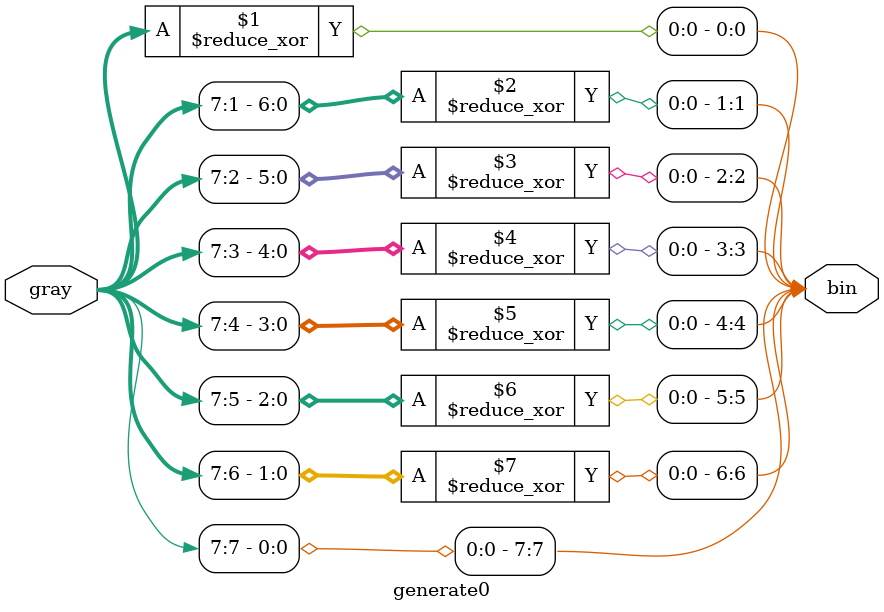
<source format=v>
module generate0 (bin, gray); parameter SIZE = 8; output [SIZE-1:0] bin; input [SIZE-1:0] gray;
// gray2bin1 (bin, gray); parameter SIZE = 8; output [SIZE-1:0] bin; input [SIZE-1:0] gray;
genvar i; generate
// this module is parameterizable
for (i=0; i<SIZE; i=i+1) begin:bitnum
   assign bin[i] = ^gray[SIZE-1:i];
// i refers to the implicitly defined localparam whose
// value in each instance of the generate block is end// the value of the genvar when it was elaborated.
end endgenerate endmodule

</source>
